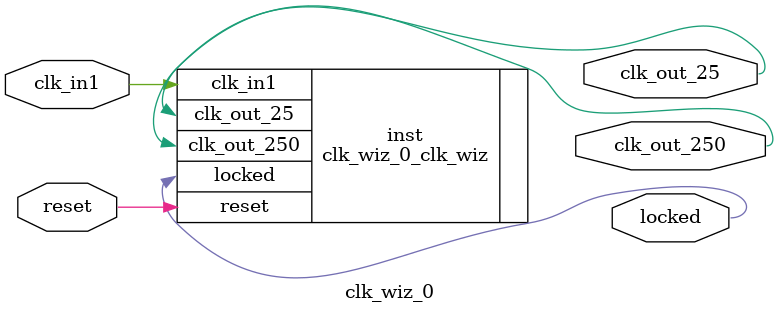
<source format=v>


`timescale 1ps/1ps

(* CORE_GENERATION_INFO = "clk_wiz_0,clk_wiz_v6_0_14_0_0,{component_name=clk_wiz_0,use_phase_alignment=true,use_min_o_jitter=false,use_max_i_jitter=false,use_dyn_phase_shift=false,use_inclk_switchover=false,use_dyn_reconfig=false,enable_axi=0,feedback_source=FDBK_AUTO,PRIMITIVE=MMCM,num_out_clk=2,clkin1_period=10.000,clkin2_period=10.000,use_power_down=false,use_reset=true,use_locked=true,use_inclk_stopped=false,feedback_type=SINGLE,CLOCK_MGR_TYPE=NA,manual_override=false}" *)

module clk_wiz_0 
 (
  // Clock out ports
  output        clk_out_250,
  output        clk_out_25,
  // Status and control signals
  input         reset,
  output        locked,
 // Clock in ports
  input         clk_in1
 );

  clk_wiz_0_clk_wiz inst
  (
  // Clock out ports  
  .clk_out_250(clk_out_250),
  .clk_out_25(clk_out_25),
  // Status and control signals               
  .reset(reset), 
  .locked(locked),
 // Clock in ports
  .clk_in1(clk_in1)
  );

endmodule

</source>
